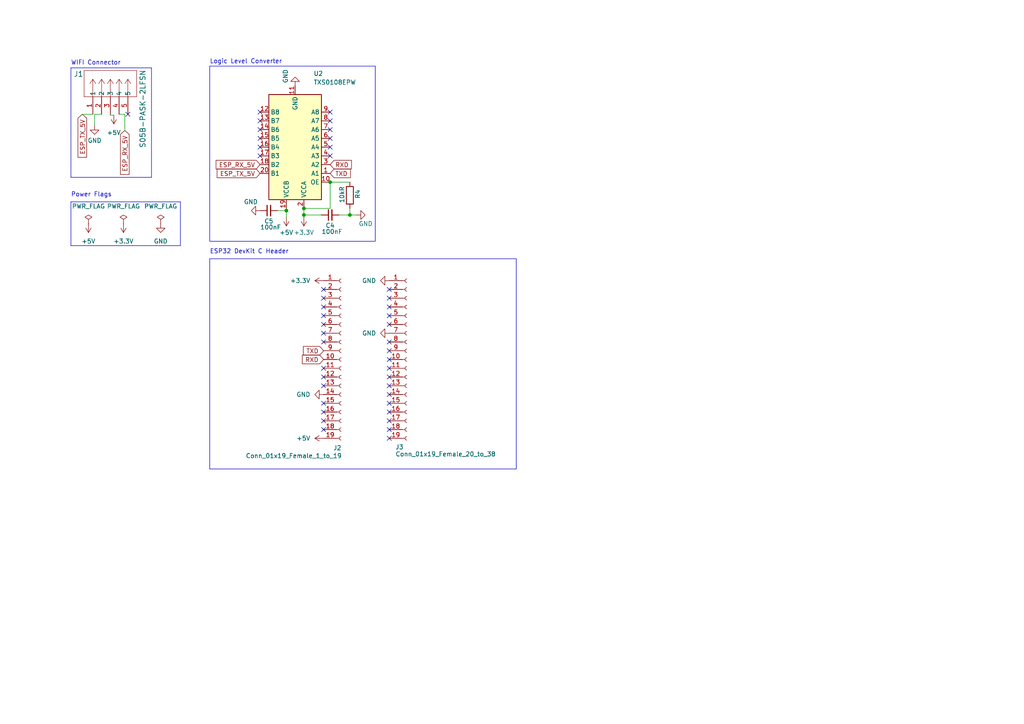
<source format=kicad_sch>
(kicad_sch (version 20230121) (generator eeschema)
  (paper "A4")
  (title_block (title "ESP32 DevKit Toshiba HVAC UART Controller Board") (date "2023-10-17") (rev "1.0"))
  (lib_symbols
    (symbol "+3.3V_1" (power) (pin_names (offset 0))
      (property "Value" "+3.3V_1" (at 0 3.556 0))
      (symbol "+3.3V_1_0_1"
        (polyline (pts (xy -0.762 1.27) (xy 0 2.54)))
        (polyline (pts (xy 0 0) (xy 0 2.54)))
        (polyline (pts (xy 0 2.54) (xy 0.762 1.27)))
      )
      (symbol "+3.3V_1_1_1"
        (pin power_in line (at 0 0 90) (length 0) hide (name "+3.3V") (number "1"))
      )
    )
    (symbol "+3.3V_2" (power) (pin_names (offset 0))
      (property "Value" "+3.3V_2" (at 0 3.556 0))
      (symbol "+3.3V_2_0_1"
        (polyline (pts (xy -0.762 1.27) (xy 0 2.54)))
        (polyline (pts (xy 0 0) (xy 0 2.54)))
        (polyline (pts (xy 0 2.54) (xy 0.762 1.27)))
      )
      (symbol "+3.3V_2_1_1"
        (pin power_in line (at 0 0 90) (length 0) hide (name "+3.3V") (number "1"))
      )
    )
    (symbol "+5V_1" (power) (pin_names (offset 0))
      (property "Value" "+5V_1" (at 0 3.556 0))
      (symbol "+5V_1_0_1"
        (polyline (pts (xy -0.762 1.27) (xy 0 2.54)))
        (polyline (pts (xy 0 0) (xy 0 2.54)))
        (polyline (pts (xy 0 2.54) (xy 0.762 1.27)))
      )
      (symbol "+5V_1_1_1"
        (pin power_in line (at 0 0 90) (length 0) hide (name "+5V") (number "1"))
      )
    )
    (symbol "+5V_2" (power) (pin_names (offset 0))
      (property "Value" "+5V_2" (at 0 3.556 0))
      (symbol "+5V_2_0_1"
        (polyline (pts (xy -0.762 1.27) (xy 0 2.54)))
        (polyline (pts (xy 0 0) (xy 0 2.54)))
        (polyline (pts (xy 0 2.54) (xy 0.762 1.27)))
      )
      (symbol "+5V_2_1_1"
        (pin power_in line (at 0 0 90) (length 0) hide (name "+5V") (number "1"))
      )
    )
    (symbol "+5V_3" (power) (pin_names (offset 0))
      (property "Value" "+5V_3" (at 0 3.556 0))
      (symbol "+5V_3_0_1"
        (polyline (pts (xy -0.762 1.27) (xy 0 2.54)))
        (polyline (pts (xy 0 0) (xy 0 2.54)))
        (polyline (pts (xy 0 2.54) (xy 0.762 1.27)))
      )
      (symbol "+5V_3_1_1"
        (pin power_in line (at 0 0 90) (length 0) hide (name "+5V") (number "1"))
      )
    )
    (symbol "CONN_S05B-PASK-2_JST:S05B-PASK-2LFSN" (pin_names (offset 0.254))
      (property "Reference" "J" (at 8.89 6.35 0))
      (property "Value" "S05B-PASK-2LFSN" (at 0 0 0))
      (symbol "S05B-PASK-2LFSN_1_1"
        (polyline (pts (xy 5.08 -12.7) (xy 12.7 -12.7)) (stroke (width 0.127)))
        (polyline (pts (xy 5.08 2.54) (xy 5.08 -12.7)) (stroke (width 0.127)))
        (polyline (pts (xy 10.16 -10.16) (xy 5.08 -10.16)) (stroke (width 0.127)))
        (polyline (pts (xy 10.16 -10.16) (xy 8.89 -11.0067)) (stroke (width 0.127)))
        (polyline (pts (xy 10.16 -10.16) (xy 8.89 -9.3133)) (stroke (width 0.127)))
        (polyline (pts (xy 10.16 -7.62) (xy 5.08 -7.62)) (stroke (width 0.127)))
        (polyline (pts (xy 10.16 -7.62) (xy 8.89 -8.4667)) (stroke (width 0.127)))
        (polyline (pts (xy 10.16 -7.62) (xy 8.89 -6.7733)) (stroke (width 0.127)))
        (polyline (pts (xy 10.16 -5.08) (xy 5.08 -5.08)) (stroke (width 0.127)))
        (polyline (pts (xy 10.16 -5.08) (xy 8.89 -5.9267)) (stroke (width 0.127)))
        (polyline (pts (xy 10.16 -5.08) (xy 8.89 -4.2333)) (stroke (width 0.127)))
        (polyline (pts (xy 10.16 -2.54) (xy 5.08 -2.54)) (stroke (width 0.127)))
        (polyline (pts (xy 10.16 -2.54) (xy 8.89 -3.3867)) (stroke (width 0.127)))
        (polyline (pts (xy 10.16 -2.54) (xy 8.89 -1.6933)) (stroke (width 0.127)))
        (polyline (pts (xy 10.16 0) (xy 5.08 0)) (stroke (width 0.127)))
        (polyline (pts (xy 10.16 0) (xy 8.89 -0.8467)) (stroke (width 0.127)))
        (polyline (pts (xy 10.16 0) (xy 8.89 0.8467)) (stroke (width 0.127)))
        (polyline (pts (xy 12.7 -12.7) (xy 12.7 2.54)) (stroke (width 0.127)))
        (polyline (pts (xy 12.7 2.54) (xy 5.08 2.54)) (stroke (width 0.127)))
        (pin unspecified line (at 0 0 0) (length 5.08) (name "1") (number "1"))
        (pin unspecified line (at 0 -2.54 0) (length 5.08) (name "2") (number "2"))
        (pin unspecified line (at 0 -5.08 0) (length 5.08) (name "3") (number "3"))
        (pin unspecified line (at 0 -7.62 0) (length 5.08) (name "4") (number "4"))
        (pin unspecified line (at 0 -10.16 0) (length 5.08) (name "5") (number "5"))
      )
      (symbol "S05B-PASK-2LFSN_1_2"
        (polyline (pts (xy 5.08 -12.7) (xy 12.7 -12.7)) (stroke (width 0.127)))
        (polyline (pts (xy 5.08 2.54) (xy 5.08 -12.7)) (stroke (width 0.127)))
        (polyline (pts (xy 7.62 -10.16) (xy 5.08 -10.16)) (stroke (width 0.127)))
        (polyline (pts (xy 7.62 -10.16) (xy 8.89 -11.0067)) (stroke (width 0.127)))
        (polyline (pts (xy 7.62 -10.16) (xy 8.89 -9.3133)) (stroke (width 0.127)))
        (polyline (pts (xy 7.62 -7.62) (xy 5.08 -7.62)) (stroke (width 0.127)))
        (polyline (pts (xy 7.62 -7.62) (xy 8.89 -8.4667)) (stroke (width 0.127)))
        (polyline (pts (xy 7.62 -7.62) (xy 8.89 -6.7733)) (stroke (width 0.127)))
        (polyline (pts (xy 7.62 -5.08) (xy 5.08 -5.08)) (stroke (width 0.127)))
        (polyline (pts (xy 7.62 -5.08) (xy 8.89 -5.9267)) (stroke (width 0.127)))
        (polyline (pts (xy 7.62 -5.08) (xy 8.89 -4.2333)) (stroke (width 0.127)))
        (polyline (pts (xy 7.62 -2.54) (xy 5.08 -2.54)) (stroke (width 0.127)))
        (polyline (pts (xy 7.62 -2.54) (xy 8.89 -3.3867)) (stroke (width 0.127)))
        (polyline (pts (xy 7.62 -2.54) (xy 8.89 -1.6933)) (stroke (width 0.127)))
        (polyline (pts (xy 7.62 0) (xy 5.08 0)) (stroke (width 0.127)))
        (polyline (pts (xy 7.62 0) (xy 8.89 -0.8467)) (stroke (width 0.127)))
        (polyline (pts (xy 7.62 0) (xy 8.89 0.8467)) (stroke (width 0.127)))
        (polyline (pts (xy 12.7 -12.7) (xy 12.7 2.54)) (stroke (width 0.127)))
        (polyline (pts (xy 12.7 2.54) (xy 5.08 2.54)) (stroke (width 0.127)))
        (pin unspecified line (at 0 0 0) (length 5.08) (name "1") (number "1"))
        (pin unspecified line (at 0 -2.54 0) (length 5.08) (name "2") (number "2"))
        (pin unspecified line (at 0 -5.08 0) (length 5.08) (name "3") (number "3"))
        (pin unspecified line (at 0 -7.62 0) (length 5.08) (name "4") (number "4"))
        (pin unspecified line (at 0 -10.16 0) (length 5.08) (name "5") (number "5"))
      )
    )
    (symbol "Connector:Conn_01x19_Socket" (pin_names (offset 1.016) hide)
      (property "Reference" "J" (at 0 25.4 0))
      (property "Value" "Conn_01x19_Socket" (at 0 -25.4 0))
      (symbol "Conn_01x19_Socket_1_1"
        (arc (start 0 -22.352) (mid -0.5058 -22.86) (end 0 -23.368) (stroke (width 0.1524)))
        (arc (start 0 -19.812) (mid -0.5058 -20.32) (end 0 -20.828) (stroke (width 0.1524)))
        (arc (start 0 -17.272) (mid -0.5058 -17.78) (end 0 -18.288) (stroke (width 0.1524)))
        (arc (start 0 -14.732) (mid -0.5058 -15.24) (end 0 -15.748) (stroke (width 0.1524)))
        (arc (start 0 -12.192) (mid -0.5058 -12.7) (end 0 -13.208) (stroke (width 0.1524)))
        (arc (start 0 -9.652) (mid -0.5058 -10.16) (end 0 -10.668) (stroke (width 0.1524)))
        (arc (start 0 -7.112) (mid -0.5058 -7.62) (end 0 -8.128) (stroke (width 0.1524)))
        (arc (start 0 -4.572) (mid -0.5058 -5.08) (end 0 -5.588) (stroke (width 0.1524)))
        (arc (start 0 -2.032) (mid -0.5058 -2.54) (end 0 -3.048) (stroke (width 0.1524)))
        (polyline (pts (xy -1.27 -22.86) (xy -0.508 -22.86)) (stroke (width 0.1524)))
        (polyline (pts (xy -1.27 -20.32) (xy -0.508 -20.32)) (stroke (width 0.1524)))
        (polyline (pts (xy -1.27 -17.78) (xy -0.508 -17.78)) (stroke (width 0.1524)))
        (polyline (pts (xy -1.27 -15.24) (xy -0.508 -15.24)) (stroke (width 0.1524)))
        (polyline (pts (xy -1.27 -12.7) (xy -0.508 -12.7)) (stroke (width 0.1524)))
        (polyline (pts (xy -1.27 -10.16) (xy -0.508 -10.16)) (stroke (width 0.1524)))
        (polyline (pts (xy -1.27 -7.62) (xy -0.508 -7.62)) (stroke (width 0.1524)))
        (polyline (pts (xy -1.27 -5.08) (xy -0.508 -5.08)) (stroke (width 0.1524)))
        (polyline (pts (xy -1.27 -2.54) (xy -0.508 -2.54)) (stroke (width 0.1524)))
        (polyline (pts (xy -1.27 0) (xy -0.508 0)) (stroke (width 0.1524)))
        (polyline (pts (xy -1.27 2.54) (xy -0.508 2.54)) (stroke (width 0.1524)))
        (polyline (pts (xy -1.27 5.08) (xy -0.508 5.08)) (stroke (width 0.1524)))
        (polyline (pts (xy -1.27 7.62) (xy -0.508 7.62)) (stroke (width 0.1524)))
        (polyline (pts (xy -1.27 10.16) (xy -0.508 10.16)) (stroke (width 0.1524)))
        (polyline (pts (xy -1.27 12.7) (xy -0.508 12.7)) (stroke (width 0.1524)))
        (polyline (pts (xy -1.27 15.24) (xy -0.508 15.24)) (stroke (width 0.1524)))
        (polyline (pts (xy -1.27 17.78) (xy -0.508 17.78)) (stroke (width 0.1524)))
        (polyline (pts (xy -1.27 20.32) (xy -0.508 20.32)) (stroke (width 0.1524)))
        (polyline (pts (xy -1.27 22.86) (xy -0.508 22.86)) (stroke (width 0.1524)))
        (arc (start 0 0.508) (mid -0.5058 0) (end 0 -0.508) (stroke (width 0.1524)))
        (arc (start 0 3.048) (mid -0.5058 2.54) (end 0 2.032) (stroke (width 0.1524)))
        (arc (start 0 5.588) (mid -0.5058 5.08) (end 0 4.572) (stroke (width 0.1524)))
        (arc (start 0 8.128) (mid -0.5058 7.62) (end 0 7.112) (stroke (width 0.1524)))
        (arc (start 0 10.668) (mid -0.5058 10.16) (end 0 9.652) (stroke (width 0.1524)))
        (arc (start 0 13.208) (mid -0.5058 12.7) (end 0 12.192) (stroke (width 0.1524)))
        (arc (start 0 15.748) (mid -0.5058 15.24) (end 0 14.732) (stroke (width 0.1524)))
        (arc (start 0 18.288) (mid -0.5058 17.78) (end 0 17.272) (stroke (width 0.1524)))
        (arc (start 0 20.828) (mid -0.5058 20.32) (end 0 19.812) (stroke (width 0.1524)))
        (arc (start 0 23.368) (mid -0.5058 22.86) (end 0 22.352) (stroke (width 0.1524)))
        (pin passive line (at -5.08 22.86 0) (length 3.81) (name "Pin_1") (number "1"))
        (pin passive line (at -5.08 0 0) (length 3.81) (name "Pin_10") (number "10"))
        (pin passive line (at -5.08 -2.54 0) (length 3.81) (name "Pin_11") (number "11"))
        (pin passive line (at -5.08 -5.08 0) (length 3.81) (name "Pin_12") (number "12"))
        (pin passive line (at -5.08 -7.62 0) (length 3.81) (name "Pin_13") (number "13"))
        (pin passive line (at -5.08 -10.16 0) (length 3.81) (name "Pin_14") (number "14"))
        (pin passive line (at -5.08 -12.7 0) (length 3.81) (name "Pin_15") (number "15"))
        (pin passive line (at -5.08 -15.24 0) (length 3.81) (name "Pin_16") (number "16"))
        (pin passive line (at -5.08 -17.78 0) (length 3.81) (name "Pin_17") (number "17"))
        (pin passive line (at -5.08 -20.32 0) (length 3.81) (name "Pin_18") (number "18"))
        (pin passive line (at -5.08 -22.86 0) (length 3.81) (name "Pin_19") (number "19"))
        (pin passive line (at -5.08 20.32 0) (length 3.81) (name "Pin_2") (number "2"))
        (pin passive line (at -5.08 17.78 0) (length 3.81) (name "Pin_3") (number "3"))
        (pin passive line (at -5.08 15.24 0) (length 3.81) (name "Pin_4") (number "4"))
        (pin passive line (at -5.08 12.7 0) (length 3.81) (name "Pin_5") (number "5"))
        (pin passive line (at -5.08 10.16 0) (length 3.81) (name "Pin_6") (number "6"))
        (pin passive line (at -5.08 7.62 0) (length 3.81) (name "Pin_7") (number "7"))
        (pin passive line (at -5.08 5.08 0) (length 3.81) (name "Pin_8") (number "8"))
        (pin passive line (at -5.08 2.54 0) (length 3.81) (name "Pin_9") (number "9"))
      )
    )
    (symbol "Device:C_Small" (pin_numbers hide) (pin_names (offset 0.254) hide)
      (property "Reference" "C" (at 0.254 1.778 0))
      (property "Value" "C_Small" (at 0.254 -2.032 0))
      (symbol "C_Small_0_1"
        (polyline (pts (xy -1.524 -0.508) (xy 1.524 -0.508)) (stroke (width 0.3302)))
        (polyline (pts (xy -1.524 0.508) (xy 1.524 0.508)) (stroke (width 0.3048)))
      )
      (symbol "C_Small_1_1"
        (pin passive line (at 0 2.54 270) (length 2.032) (name "~") (number "1"))
        (pin passive line (at 0 -2.54 90) (length 2.032) (name "~") (number "2"))
      )
    )
    (symbol "Device:R" (pin_numbers hide) (pin_names (offset 0))
      (property "Reference" "R" (at 2.032 0 90))
      (property "Value" "R" (at 0 0 90))
      (symbol "R_0_1"
        (rectangle (start -1.016 -2.54) (end 1.016 2.54) (stroke (width 0.254)))
      )
      (symbol "R_1_1"
        (pin passive line (at 0 3.81 270) (length 1.27) (name "~") (number "1"))
        (pin passive line (at 0 -3.81 90) (length 1.27) (name "~") (number "2"))
      )
    )
    (symbol "GND_1" (power) (pin_names (offset 0))
      (property "Value" "GND_1" (at 0 -3.81 0))
      (symbol "GND_1_0_1"
        (polyline (pts (xy 0 0) (xy 0 -1.27) (xy 1.27 -1.27) (xy 0 -2.54) (xy -1.27 -1.27) (xy 0 -1.27)))
      )
      (symbol "GND_1_1_1"
        (pin power_in line (at 0 0 270) (length 0) hide (name "GND") (number "1"))
      )
    )
    (symbol "GND_2" (power) (pin_names (offset 0))
      (property "Value" "GND_2" (at 0 -3.81 0))
      (symbol "GND_2_0_1"
        (polyline (pts (xy 0 0) (xy 0 -1.27) (xy 1.27 -1.27) (xy 0 -2.54) (xy -1.27 -1.27) (xy 0 -1.27)))
      )
      (symbol "GND_2_1_1"
        (pin power_in line (at 0 0 270) (length 0) hide (name "GND") (number "1"))
      )
    )
    (symbol "GND_3" (power) (pin_names (offset 0))
      (property "Value" "GND_3" (at 0 -3.81 0))
      (symbol "GND_3_0_1"
        (polyline (pts (xy 0 0) (xy 0 -1.27) (xy 1.27 -1.27) (xy 0 -2.54) (xy -1.27 -1.27) (xy 0 -1.27)))
      )
      (symbol "GND_3_1_1"
        (pin power_in line (at 0 0 270) (length 0) hide (name "GND") (number "1"))
      )
    )
    (symbol "GND_4" (power) (pin_names (offset 0))
      (property "Value" "GND_4" (at 0 -3.81 0))
      (symbol "GND_4_0_1"
        (polyline (pts (xy 0 0) (xy 0 -1.27) (xy 1.27 -1.27) (xy 0 -2.54) (xy -1.27 -1.27) (xy 0 -1.27)))
      )
      (symbol "GND_4_1_1"
        (pin power_in line (at 0 0 270) (length 0) hide (name "GND") (number "1"))
      )
    )
    (symbol "Logic_LevelTranslator:TXS0108EPW"
      (property "Reference" "U" (at -6.35 16.51 0))
      (property "Value" "TXS0108EPW" (at 3.81 16.51 0))
      (symbol "TXS0108EPW_0_1"
        (rectangle (start -7.62 15.24) (end 7.62 -15.24) (stroke (width 0.254)) (fill (type background)))
      )
      (symbol "TXS0108EPW_1_1"
        (pin bidirectional line (at -10.16 7.62 0) (length 2.54) (name "A1") (number "1"))
        (pin input line (at -10.16 10.16 0) (length 2.54) (name "OE") (number "10"))
        (pin power_in line (at 0 -17.78 90) (length 2.54) (name "GND") (number "11"))
        (pin bidirectional line (at 10.16 -10.16 180) (length 2.54) (name "B8") (number "12"))
        (pin bidirectional line (at 10.16 -7.62 180) (length 2.54) (name "B7") (number "13"))
        (pin bidirectional line (at 10.16 -5.08 180) (length 2.54) (name "B6") (number "14"))
        (pin bidirectional line (at 10.16 -2.54 180) (length 2.54) (name "B5") (number "15"))
        (pin bidirectional line (at 10.16 0 180) (length 2.54) (name "B4") (number "16"))
        (pin bidirectional line (at 10.16 2.54 180) (length 2.54) (name "B3") (number "17"))
        (pin bidirectional line (at 10.16 5.08 180) (length 2.54) (name "B2") (number "18"))
        (pin power_in line (at 2.54 17.78 270) (length 2.54) (name "VCCB") (number "19"))
        (pin power_in line (at -2.54 17.78 270) (length 2.54) (name "VCCA") (number "2"))
        (pin bidirectional line (at 10.16 7.62 180) (length 2.54) (name "B1") (number "20"))
        (pin bidirectional line (at -10.16 5.08 0) (length 2.54) (name "A2") (number "3"))
        (pin bidirectional line (at -10.16 2.54 0) (length 2.54) (name "A3") (number "4"))
        (pin bidirectional line (at -10.16 0 0) (length 2.54) (name "A4") (number "5"))
        (pin bidirectional line (at -10.16 -2.54 0) (length 2.54) (name "A5") (number "6"))
        (pin bidirectional line (at -10.16 -5.08 0) (length 2.54) (name "A6") (number "7"))
        (pin bidirectional line (at -10.16 -7.62 0) (length 2.54) (name "A7") (number "8"))
        (pin bidirectional line (at -10.16 -10.16 0) (length 2.54) (name "A8") (number "9"))
      )
    )
    (symbol "PWR_FLAG_1" (power) (pin_numbers hide) (pin_names (offset 0) hide)
      (property "Value" "PWR_FLAG_1" (at 0 3.81 0))
      (symbol "PWR_FLAG_1_0_0"
        (pin power_out line (at 0 0 90) (length 0) (name "pwr") (number "1"))
      )
      (symbol "PWR_FLAG_1_0_1"
        (polyline (pts (xy 0 0) (xy 0 1.27) (xy -1.016 1.905) (xy 0 2.54) (xy 1.016 1.905) (xy 0 1.27)))
      )
    )
    (symbol "power:+3.3V" (power) (pin_names (offset 0))
      (property "Value" "+3.3V" (at 0 3.556 0))
      (symbol "+3.3V_0_1"
        (polyline (pts (xy -0.762 1.27) (xy 0 2.54)))
        (polyline (pts (xy 0 0) (xy 0 2.54)))
        (polyline (pts (xy 0 2.54) (xy 0.762 1.27)))
      )
      (symbol "+3.3V_1_1"
        (pin power_in line (at 0 0 90) (length 0) hide (name "+3.3V") (number "1"))
      )
    )
    (symbol "power:+5V" (power) (pin_names (offset 0))
      (property "Value" "+5V" (at 0 3.556 0))
      (symbol "+5V_0_1"
        (polyline (pts (xy -0.762 1.27) (xy 0 2.54)))
        (polyline (pts (xy 0 0) (xy 0 2.54)))
        (polyline (pts (xy 0 2.54) (xy 0.762 1.27)))
      )
      (symbol "+5V_1_1"
        (pin power_in line (at 0 0 90) (length 0) hide (name "+5V") (number "1"))
      )
    )
    (symbol "power:GND" (power) (pin_names (offset 0))
      (property "Value" "GND" (at 0 -3.81 0))
      (symbol "GND_0_1"
        (polyline (pts (xy 0 0) (xy 0 -1.27) (xy 1.27 -1.27) (xy 0 -2.54) (xy -1.27 -1.27) (xy 0 -1.27)))
      )
      (symbol "GND_1_1"
        (pin power_in line (at 0 0 270) (length 0) hide (name "GND") (number "1"))
      )
    )
    (symbol "power:PWR_FLAG" (power) (pin_numbers hide) (pin_names (offset 0) hide)
      (property "Value" "PWR_FLAG" (at 0 3.81 0))
      (symbol "PWR_FLAG_0_0"
        (pin power_out line (at 0 0 90) (length 0) (name "pwr") (number "1"))
      )
      (symbol "PWR_FLAG_0_1"
        (polyline (pts (xy 0 0) (xy 0 1.27) (xy -1.016 1.905) (xy 0 2.54) (xy 1.016 1.905) (xy 0 1.27)))
      )
    )
  )
  (junction (at 95.758 52.832))
  (junction (at 88.138 62.357))
  (junction (at 88.138 60.452))
  (junction (at 83.058 61.087))
  (junction (at 101.473 62.357))
  (no_connect (at 93.853 111.887))
  (no_connect (at 37.084 33.147))
  (no_connect (at 112.903 109.347))
  (no_connect (at 112.903 91.567))
  (no_connect (at 112.903 114.427))
  (no_connect (at 112.903 124.587))
  (no_connect (at 93.853 94.107))
  (no_connect (at 75.438 37.592))
  (no_connect (at 112.903 111.887))
  (no_connect (at 93.853 109.347))
  (no_connect (at 93.853 124.587))
  (no_connect (at 93.853 89.027))
  (no_connect (at 95.758 35.052))
  (no_connect (at 112.903 83.947))
  (no_connect (at 112.903 86.487))
  (no_connect (at 112.903 94.107))
  (no_connect (at 112.903 101.727))
  (no_connect (at 112.903 106.807))
  (no_connect (at 93.853 99.187))
  (no_connect (at 95.758 45.212))
  (no_connect (at 112.903 119.507))
  (no_connect (at 112.903 127.127))
  (no_connect (at 95.758 32.512))
  (no_connect (at 93.853 96.647))
  (no_connect (at 112.903 89.027))
  (no_connect (at 95.758 40.132))
  (no_connect (at 75.438 35.052))
  (no_connect (at 95.758 37.592))
  (no_connect (at 75.438 45.212))
  (no_connect (at 93.853 116.967))
  (no_connect (at 93.853 122.047))
  (no_connect (at 75.438 40.132))
  (no_connect (at 93.853 86.487))
  (no_connect (at 112.903 104.267))
  (no_connect (at 93.853 119.507))
  (no_connect (at 112.903 99.187))
  (no_connect (at 93.853 91.567))
  (no_connect (at 75.438 32.512))
  (no_connect (at 112.903 116.967))
  (no_connect (at 93.853 106.807))
  (no_connect (at 112.903 122.047))
  (no_connect (at 93.853 83.947))
  (no_connect (at 75.438 42.672))
  (no_connect (at 95.758 42.672))
  (wire (pts (xy 33.02 33.401) (xy 32.004 33.401)))
  (wire (pts (xy 88.138 62.357) (xy 88.138 62.992)))
  (wire (pts (xy 98.298 62.357) (xy 101.473 62.357)))
  (polyline (pts (xy 43.942 51.435) (xy 20.574 51.435)))
  (polyline (pts (xy 52.324 58.547) (xy 52.324 71.247)))
  (wire (pts (xy 101.473 52.832) (xy 95.758 52.832)))
  (wire (pts (xy 36.195 33.147) (xy 34.544 33.147)))
  (polyline (pts (xy 149.733 75.057) (xy 149.733 136.017)))
  (polyline (pts (xy 20.574 19.685) (xy 43.942 19.685)))
  (polyline (pts (xy 20.574 19.685) (xy 20.574 51.435)))
  (polyline (pts (xy 43.942 19.685) (xy 43.942 51.435)))
  (wire (pts (xy 36.195 37.846) (xy 36.195 33.147)))
  (wire (pts (xy 95.758 60.452) (xy 95.758 52.832)))
  (wire (pts (xy 27.432 36.449) (xy 27.432 33.147)))
  (wire (pts (xy 32.004 33.401) (xy 32.004 33.147)))
  (polyline (pts (xy 20.574 58.547) (xy 52.324 58.547)))
  (wire (pts (xy 83.058 62.992) (xy 83.058 61.087)))
  (wire (pts (xy 83.058 61.087) (xy 83.058 60.452)))
  (polyline (pts (xy 52.324 71.247) (xy 20.574 71.247)))
  (polyline (pts (xy 60.833 19.177) (xy 60.833 69.977)))
  (polyline (pts (xy 149.733 136.017) (xy 60.833 136.017)))
  (wire (pts (xy 80.518 61.087) (xy 83.058 61.087)))
  (polyline (pts (xy 60.833 19.177) (xy 108.839 19.177)))
  (polyline (pts (xy 60.833 75.057) (xy 60.833 136.017)))
  (wire (pts (xy 88.138 62.357) (xy 93.218 62.357)))
  (wire (pts (xy 88.138 60.452) (xy 88.138 62.357)))
  (polyline (pts (xy 60.833 69.977) (xy 108.839 69.977)))
  (wire (pts (xy 23.876 33.147) (xy 26.924 33.147)))
  (wire (pts (xy 27.432 33.147) (xy 29.464 33.147)))
  (wire (pts (xy 103.378 62.357) (xy 101.473 62.357)))
  (polyline (pts (xy 60.833 75.057) (xy 149.733 75.057)))
  (polyline (pts (xy 108.839 69.977) (xy 108.839 19.177)))
  (polyline (pts (xy 20.574 58.547) (xy 20.574 71.247)))
  (wire (pts (xy 101.473 62.357) (xy 101.473 60.452)))
  (wire (pts (xy 88.138 60.452) (xy 95.758 60.452)))
  (text "WIFI Connector" (at 20.574 19.05 0) (effects (font (size 1.27 1.27)) (justify left bottom)))
  (text "Logic Level Converter" (at 60.833 18.669 0) (effects (font (size 1.27 1.27)) (justify left bottom)))
  (text "Power Flags" (at 20.574 57.277 0) (effects (font (size 1.27 1.27)) (justify left bottom)))
  (text "ESP32 DevKit C Header" (at 60.833 73.787 0) (effects (font (size 1.27 1.27)) (justify left bottom)))
  (global_label "ESP_TX_5V" (shape input) (at 75.438 50.292 180) (property "Intersheetrefs" "${INTERSHEET_REFS}" (effects hide)))
  (global_label "TXD" (shape input) (at 93.853 101.727 180) (property "Intersheetrefs" "${INTERSHEET_REFS}" (effects hide)))
  (global_label "RXD" (shape input) (at 93.853 104.267 180) (property "Intersheetrefs" "${INTERSHEET_REFS}" (effects hide)))
  (global_label "ESP_RX_5V" (shape input) (at 75.438 47.752 180) (property "Intersheetrefs" "${INTERSHEET_REFS}" (effects hide)))
  (global_label "RXD" (shape input) (at 95.758 47.752 0) (property "Intersheetrefs" "${INTERSHEET_REFS}" (effects hide)))
  (global_label "ESP_TX_5V" (shape input) (at 23.876 33.147 270) (property "Intersheetrefs" "${INTERSHEET_REFS}" (effects hide)))
  (global_label "TXD" (shape input) (at 95.758 50.292 0) (property "Intersheetrefs" "${INTERSHEET_REFS}" (effects hide)))
  (global_label "ESP_RX_5V" (shape input) (at 36.195 37.846 270) (property "Intersheetrefs" "${INTERSHEET_REFS}" (effects hide)))
  (symbol (lib_id "power:PWR_FLAG") (at 46.609 64.897 0) (unit 1)
    (property "Reference" "#FLG03" (effects hide))
    (property "Value" "PWR_FLAG" (at 46.609 59.817 0))
  )
  (symbol (lib_id "Device:C_Small") (at 77.978 61.087 90) (unit 1)
    (property "Reference" "C5" (at 77.978 64.135 90))
    (property "Value" "100nF" (at 78.486 65.913 90))
    (property "Footprint" "Capacitor_SMD:C_0402_1005Metric" (effects hide))
    (property "LCSC" "C1525" (effects hide))
  )
  (symbol (lib_name "GND_2") (lib_id "power:GND") (at 103.378 62.357 90) (unit 1)
    (property "Reference" "#PWR09" (effects hide))
    (property "Value" "GND" (at 104.013 64.897 90) (effects (justify right)))
  )
  (symbol (lib_id "power:+5V") (at 33.02 33.401 180) (unit 1)
    (property "Reference" "#PWR01" (effects hide))
    (property "Value" "+5V" (at 33.02 38.481 0))
  )
  (symbol (lib_id "CONN_S05B-PASK-2_JST:S05B-PASK-2LFSN") (at 26.924 33.147 90) (unit 1)
    (property "Reference" "J1" (at 21.336 21.463 90) (effects (font (size 1.524 1.524)) (justify right)))
    (property "Value" "S05B-PASK-2LFSN" (at 41.402 20.193 0) (effects (font (size 1.524 1.524)) (justify right)))
    (property "Footprint" "CONN_S05B-PASK-2_JST:CONN_S05B-PASK-2_JST" (effects hide))
    (property "Datasheet" "S05B-PASK-2LFSN" (effects hide))
    (property "LCSC" "C489718" (effects hide))
  )
  (symbol (lib_name "GND_3") (lib_id "power:GND") (at 112.903 81.407 270) (unit 1)
    (property "Reference" "#PWR011" (effects hide))
    (property "Value" "GND" (at 109.093 81.407 90) (effects (justify right)))
  )
  (symbol (lib_name "+5V_3") (lib_id "power:+5V") (at 93.853 127.127 90) (unit 1)
    (property "Reference" "#PWR03" (effects hide))
    (property "Value" "+5V" (at 90.043 127.127 90) (effects (justify left)))
  )
  (symbol (lib_id "Connector:Conn_01x19_Socket") (at 98.933 104.267 0) (unit 1)
    (property "Reference" "J2" (at 96.647 129.921 0) (effects (justify left)))
    (property "Value" "Conn_01x19_Female_1_to_19" (at 71.247 132.207 0) (effects (justify left)))
    (property "Footprint" "Connector_PinSocket_2.54mm:PinSocket_1x19_P2.54mm_Vertical" (effects hide))
    (property "LCSC" "C2932678" (effects hide))
  )
  (symbol (lib_id "Connector:Conn_01x19_Socket") (at 117.983 104.267 0) (unit 1)
    (property "Reference" "J3" (at 114.681 129.667 0) (effects (justify left)))
    (property "Value" "Conn_01x19_Female_20_to_38" (at 114.681 131.699 0) (effects (justify left)))
    (property "Footprint" "Connector_PinSocket_2.54mm:PinSocket_1x19_P2.54mm_Vertical" (effects hide))
    (property "LCSC" "C2932678" (effects hide))
  )
  (symbol (lib_name "PWR_FLAG_1") (lib_id "power:PWR_FLAG") (at 25.654 64.897 0) (unit 1)
    (property "Reference" "#FLG02" (effects hide))
    (property "Value" "PWR_FLAG" (at 25.654 59.817 0))
  )
  (symbol (lib_name "GND_4") (lib_id "power:GND") (at 27.432 36.449 0) (unit 1)
    (property "Reference" "#PWR015" (effects hide))
    (property "Value" "GND" (at 27.432 40.767 0))
  )
  (symbol (lib_id "Device:C_Small") (at 95.758 62.357 90) (unit 1)
    (property "Reference" "C4" (at 95.758 65.405 90))
    (property "Value" "100nF" (at 96.266 67.183 90))
    (property "Footprint" "Capacitor_SMD:C_0402_1005Metric" (effects hide))
    (property "LCSC" "C1525" (effects hide))
  )
  (symbol (lib_name "+3.3V_2") (lib_id "power:+3.3V") (at 88.138 62.992 180) (unit 1)
    (property "Reference" "#PWR05" (effects hide))
    (property "Value" "+3.3V" (at 88.138 67.437 0))
  )
  (symbol (lib_id "Device:R") (at 101.473 56.642 0) (unit 1)
    (property "Reference" "R4" (at 103.759 57.658 90) (effects (justify left)))
    (property "Value" "10kR" (at 99.187 58.928 90) (effects (justify left)))
    (property "Footprint" "Resistor_SMD:R_0603_1608Metric" (effects hide))
    (property "LCSC" "C25804" (effects hide))
  )
  (symbol (lib_name "GND_2") (lib_id "power:GND") (at 75.438 61.087 270) (unit 1)
    (property "Reference" "#PWR010" (effects hide))
    (property "Value" "GND" (at 74.803 58.547 90) (effects (justify right)))
  )
  (symbol (lib_id "power:GND") (at 85.598 24.892 180) (unit 1)
    (property "Reference" "#PWR06" (effects hide))
    (property "Value" "GND" (at 82.804 22.098 90))
  )
  (symbol (lib_name "+5V_2") (lib_id "power:+5V") (at 83.058 62.992 180) (unit 1)
    (property "Reference" "#PWR04" (effects hide))
    (property "Value" "+5V" (at 83.058 67.437 0))
  )
  (symbol (lib_name "+3.3V_1") (lib_id "power:+3.3V") (at 35.814 64.897 180) (unit 1)
    (property "Reference" "#PWR07" (effects hide))
    (property "Value" "+3.3V" (at 35.814 69.977 0))
  )
  (symbol (lib_name "GND_3") (lib_id "power:GND") (at 112.903 96.647 270) (unit 1)
    (property "Reference" "#PWR012" (effects hide))
    (property "Value" "GND" (at 109.093 96.647 90) (effects (justify right)))
  )
  (symbol (lib_name "GND_1") (lib_id "power:GND") (at 46.609 64.897 0) (unit 1)
    (property "Reference" "#PWR08" (effects hide))
    (property "Value" "GND" (at 46.609 69.977 0))
  )
  (symbol (lib_id "Logic_LevelTranslator:TXS0108EPW") (at 85.598 42.672 180) (unit 1)
    (property "Reference" "U2" (at 90.932 21.336 0) (effects (justify right)))
    (property "Value" "TXS0108EPW" (at 90.932 23.876 0) (effects (justify right)))
    (property "Footprint" "Package_SO:TSSOP-20_4.4x6.5mm_P0.65mm" (effects hide))
    (property "Datasheet" "www.ti.com/lit/ds/symlink/txs0108e.pdf" (effects hide))
    (property "LCSC" "C17206" (effects hide))
  )
  (symbol (lib_name "PWR_FLAG_1") (lib_id "power:PWR_FLAG") (at 35.814 64.897 0) (unit 1)
    (property "Reference" "#FLG01" (effects hide))
    (property "Value" "PWR_FLAG" (at 35.814 59.817 0))
  )
  (symbol (lib_name "+5V_1") (lib_id "power:+5V") (at 25.654 64.897 180) (unit 1)
    (property "Reference" "#PWR02" (effects hide))
    (property "Value" "+5V" (at 25.654 69.977 0))
  )
  (symbol (lib_name "GND_3") (lib_id "power:GND") (at 93.853 114.427 270) (unit 1)
    (property "Reference" "#PWR013" (effects hide))
    (property "Value" "GND" (at 90.043 114.427 90) (effects (justify right)))
  )
  (symbol (lib_id "power:+3.3V") (at 93.853 81.407 90) (unit 1)
    (property "Reference" "#PWR014" (effects hide))
    (property "Value" "+3.3V" (at 90.043 81.407 90) (effects (justify left)))
  )
)
</source>
